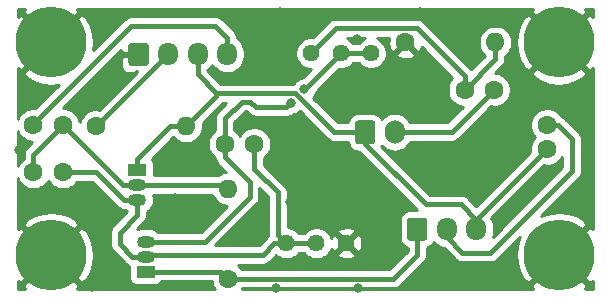
<source format=gbr>
G04 #@! TF.GenerationSoftware,KiCad,Pcbnew,(5.1.5)-3*
G04 #@! TF.CreationDate,2020-07-01T02:10:36+02:00*
G04 #@! TF.ProjectId,GermaniumFuzz,4765726d-616e-4697-956d-46757a7a2e6b,rev?*
G04 #@! TF.SameCoordinates,Original*
G04 #@! TF.FileFunction,Copper,L1,Top*
G04 #@! TF.FilePolarity,Positive*
%FSLAX46Y46*%
G04 Gerber Fmt 4.6, Leading zero omitted, Abs format (unit mm)*
G04 Created by KiCad (PCBNEW (5.1.5)-3) date 2020-07-01 02:10:36*
%MOMM*%
%LPD*%
G04 APERTURE LIST*
%ADD10O,1.600000X1.600000*%
%ADD11C,1.600000*%
%ADD12O,1.700000X2.000000*%
%ADD13C,0.100000*%
%ADD14O,1.700000X1.950000*%
%ADD15C,0.800000*%
%ADD16C,6.000000*%
%ADD17C,1.440000*%
%ADD18R,1.500000X1.050000*%
%ADD19O,1.500000X1.050000*%
%ADD20C,0.381000*%
%ADD21C,0.254000*%
G04 APERTURE END LIST*
D10*
X92420000Y-113100000D03*
D11*
X84800000Y-113100000D03*
D12*
X110100000Y-113600000D03*
G04 #@! TA.AperFunction,ComponentPad*
D13*
G36*
X108224504Y-112601204D02*
G01*
X108248773Y-112604804D01*
X108272571Y-112610765D01*
X108295671Y-112619030D01*
X108317849Y-112629520D01*
X108338893Y-112642133D01*
X108358598Y-112656747D01*
X108376777Y-112673223D01*
X108393253Y-112691402D01*
X108407867Y-112711107D01*
X108420480Y-112732151D01*
X108430970Y-112754329D01*
X108439235Y-112777429D01*
X108445196Y-112801227D01*
X108448796Y-112825496D01*
X108450000Y-112850000D01*
X108450000Y-114350000D01*
X108448796Y-114374504D01*
X108445196Y-114398773D01*
X108439235Y-114422571D01*
X108430970Y-114445671D01*
X108420480Y-114467849D01*
X108407867Y-114488893D01*
X108393253Y-114508598D01*
X108376777Y-114526777D01*
X108358598Y-114543253D01*
X108338893Y-114557867D01*
X108317849Y-114570480D01*
X108295671Y-114580970D01*
X108272571Y-114589235D01*
X108248773Y-114595196D01*
X108224504Y-114598796D01*
X108200000Y-114600000D01*
X107000000Y-114600000D01*
X106975496Y-114598796D01*
X106951227Y-114595196D01*
X106927429Y-114589235D01*
X106904329Y-114580970D01*
X106882151Y-114570480D01*
X106861107Y-114557867D01*
X106841402Y-114543253D01*
X106823223Y-114526777D01*
X106806747Y-114508598D01*
X106792133Y-114488893D01*
X106779520Y-114467849D01*
X106769030Y-114445671D01*
X106760765Y-114422571D01*
X106754804Y-114398773D01*
X106751204Y-114374504D01*
X106750000Y-114350000D01*
X106750000Y-112850000D01*
X106751204Y-112825496D01*
X106754804Y-112801227D01*
X106760765Y-112777429D01*
X106769030Y-112754329D01*
X106779520Y-112732151D01*
X106792133Y-112711107D01*
X106806747Y-112691402D01*
X106823223Y-112673223D01*
X106841402Y-112656747D01*
X106861107Y-112642133D01*
X106882151Y-112629520D01*
X106904329Y-112619030D01*
X106927429Y-112610765D01*
X106951227Y-112604804D01*
X106975496Y-112601204D01*
X107000000Y-112600000D01*
X108200000Y-112600000D01*
X108224504Y-112601204D01*
G37*
G04 #@! TD.AperFunction*
D14*
X95900000Y-107000000D03*
X93400000Y-107000000D03*
X90900000Y-107000000D03*
G04 #@! TA.AperFunction,ComponentPad*
D13*
G36*
X89024504Y-106026204D02*
G01*
X89048773Y-106029804D01*
X89072571Y-106035765D01*
X89095671Y-106044030D01*
X89117849Y-106054520D01*
X89138893Y-106067133D01*
X89158598Y-106081747D01*
X89176777Y-106098223D01*
X89193253Y-106116402D01*
X89207867Y-106136107D01*
X89220480Y-106157151D01*
X89230970Y-106179329D01*
X89239235Y-106202429D01*
X89245196Y-106226227D01*
X89248796Y-106250496D01*
X89250000Y-106275000D01*
X89250000Y-107725000D01*
X89248796Y-107749504D01*
X89245196Y-107773773D01*
X89239235Y-107797571D01*
X89230970Y-107820671D01*
X89220480Y-107842849D01*
X89207867Y-107863893D01*
X89193253Y-107883598D01*
X89176777Y-107901777D01*
X89158598Y-107918253D01*
X89138893Y-107932867D01*
X89117849Y-107945480D01*
X89095671Y-107955970D01*
X89072571Y-107964235D01*
X89048773Y-107970196D01*
X89024504Y-107973796D01*
X89000000Y-107975000D01*
X87800000Y-107975000D01*
X87775496Y-107973796D01*
X87751227Y-107970196D01*
X87727429Y-107964235D01*
X87704329Y-107955970D01*
X87682151Y-107945480D01*
X87661107Y-107932867D01*
X87641402Y-107918253D01*
X87623223Y-107901777D01*
X87606747Y-107883598D01*
X87592133Y-107863893D01*
X87579520Y-107842849D01*
X87569030Y-107820671D01*
X87560765Y-107797571D01*
X87554804Y-107773773D01*
X87551204Y-107749504D01*
X87550000Y-107725000D01*
X87550000Y-106275000D01*
X87551204Y-106250496D01*
X87554804Y-106226227D01*
X87560765Y-106202429D01*
X87569030Y-106179329D01*
X87579520Y-106157151D01*
X87592133Y-106136107D01*
X87606747Y-106116402D01*
X87623223Y-106098223D01*
X87641402Y-106081747D01*
X87661107Y-106067133D01*
X87682151Y-106054520D01*
X87704329Y-106044030D01*
X87727429Y-106035765D01*
X87751227Y-106029804D01*
X87775496Y-106026204D01*
X87800000Y-106025000D01*
X89000000Y-106025000D01*
X89024504Y-106026204D01*
G37*
G04 #@! TD.AperFunction*
D15*
X125590990Y-122409010D03*
X124000000Y-121750000D03*
X122409010Y-122409010D03*
X121750000Y-124000000D03*
X122409010Y-125590990D03*
X124000000Y-126250000D03*
X125590990Y-125590990D03*
X126250000Y-124000000D03*
D16*
X124000000Y-124000000D03*
D15*
X125590990Y-104409010D03*
X124000000Y-103750000D03*
X122409010Y-104409010D03*
X121750000Y-106000000D03*
X122409010Y-107590990D03*
X124000000Y-108250000D03*
X125590990Y-107590990D03*
X126250000Y-106000000D03*
D16*
X124000000Y-106000000D03*
D15*
X82590990Y-104409010D03*
X81000000Y-103750000D03*
X79409010Y-104409010D03*
X78750000Y-106000000D03*
X79409010Y-107590990D03*
X81000000Y-108250000D03*
X82590990Y-107590990D03*
X83250000Y-106000000D03*
D16*
X81000000Y-106000000D03*
D15*
X82590990Y-122409010D03*
X81000000Y-121750000D03*
X79409010Y-122409010D03*
X78750000Y-124000000D03*
X79409010Y-125590990D03*
X81000000Y-126250000D03*
X82590990Y-125590990D03*
X83250000Y-124000000D03*
D16*
X81000000Y-124000000D03*
D11*
X123000000Y-113000000D03*
X123000000Y-115000000D03*
D10*
X118620000Y-106000000D03*
D11*
X111000000Y-106000000D03*
D17*
X103000000Y-106900000D03*
X105540000Y-106900000D03*
X108080000Y-106900000D03*
X106000000Y-123000000D03*
X103460000Y-123000000D03*
X100920000Y-123000000D03*
D11*
X95700000Y-114600000D03*
X98200000Y-114600000D03*
X82000000Y-117000000D03*
X79500000Y-117000000D03*
D10*
X96000000Y-118380000D03*
D11*
X96000000Y-126000000D03*
D18*
X89000000Y-125400000D03*
D19*
X89000000Y-122860000D03*
X89000000Y-124130000D03*
D18*
X88300000Y-116800000D03*
D19*
X88300000Y-119340000D03*
X88300000Y-118070000D03*
D14*
X117000000Y-121800000D03*
X114500000Y-121800000D03*
G04 #@! TA.AperFunction,ComponentPad*
D13*
G36*
X112624504Y-120826204D02*
G01*
X112648773Y-120829804D01*
X112672571Y-120835765D01*
X112695671Y-120844030D01*
X112717849Y-120854520D01*
X112738893Y-120867133D01*
X112758598Y-120881747D01*
X112776777Y-120898223D01*
X112793253Y-120916402D01*
X112807867Y-120936107D01*
X112820480Y-120957151D01*
X112830970Y-120979329D01*
X112839235Y-121002429D01*
X112845196Y-121026227D01*
X112848796Y-121050496D01*
X112850000Y-121075000D01*
X112850000Y-122525000D01*
X112848796Y-122549504D01*
X112845196Y-122573773D01*
X112839235Y-122597571D01*
X112830970Y-122620671D01*
X112820480Y-122642849D01*
X112807867Y-122663893D01*
X112793253Y-122683598D01*
X112776777Y-122701777D01*
X112758598Y-122718253D01*
X112738893Y-122732867D01*
X112717849Y-122745480D01*
X112695671Y-122755970D01*
X112672571Y-122764235D01*
X112648773Y-122770196D01*
X112624504Y-122773796D01*
X112600000Y-122775000D01*
X111400000Y-122775000D01*
X111375496Y-122773796D01*
X111351227Y-122770196D01*
X111327429Y-122764235D01*
X111304329Y-122755970D01*
X111282151Y-122745480D01*
X111261107Y-122732867D01*
X111241402Y-122718253D01*
X111223223Y-122701777D01*
X111206747Y-122683598D01*
X111192133Y-122663893D01*
X111179520Y-122642849D01*
X111169030Y-122620671D01*
X111160765Y-122597571D01*
X111154804Y-122573773D01*
X111151204Y-122549504D01*
X111150000Y-122525000D01*
X111150000Y-121075000D01*
X111151204Y-121050496D01*
X111154804Y-121026227D01*
X111160765Y-121002429D01*
X111169030Y-120979329D01*
X111179520Y-120957151D01*
X111192133Y-120936107D01*
X111206747Y-120916402D01*
X111223223Y-120898223D01*
X111241402Y-120881747D01*
X111261107Y-120867133D01*
X111282151Y-120854520D01*
X111304329Y-120844030D01*
X111327429Y-120835765D01*
X111351227Y-120829804D01*
X111375496Y-120826204D01*
X111400000Y-120825000D01*
X112600000Y-120825000D01*
X112624504Y-120826204D01*
G37*
G04 #@! TD.AperFunction*
D11*
X116000000Y-110000000D03*
X118500000Y-110000000D03*
X79500000Y-113000000D03*
X82000000Y-113000000D03*
D15*
X91500000Y-119200000D03*
X100900000Y-117000000D03*
X121500000Y-118500000D03*
X126400000Y-118400000D03*
X126400000Y-111500000D03*
X119300000Y-103500000D03*
X112200000Y-103400000D03*
X105700000Y-103500000D03*
X100400000Y-103400000D03*
X84700000Y-103600000D03*
X78300000Y-115100000D03*
X84500000Y-126700000D03*
X92700000Y-126600000D03*
X100000000Y-126800000D03*
X107000000Y-126800000D03*
X120500000Y-126400000D03*
X115000000Y-118000000D03*
X114200000Y-111600000D03*
X112400000Y-109300000D03*
X105900000Y-119400000D03*
X101200000Y-119500000D03*
X84600000Y-119600000D03*
X84300000Y-111500000D03*
X120500000Y-111400000D03*
X100300000Y-109200000D03*
X106900000Y-105700000D03*
X102500000Y-114500000D03*
X93300000Y-115900000D03*
X98800000Y-119800000D03*
X101300000Y-111100000D03*
X102451006Y-109963112D03*
D20*
X79500000Y-115500000D02*
X82000000Y-113000000D01*
X79500000Y-117000000D02*
X79500000Y-115500000D01*
X87070000Y-118070000D02*
X88300000Y-118070000D01*
X82000000Y-113000000D02*
X87070000Y-118070000D01*
X95690000Y-118070000D02*
X96000000Y-118380000D01*
X88300000Y-118070000D02*
X95690000Y-118070000D01*
X118620000Y-107380000D02*
X118620000Y-106000000D01*
X116000000Y-110000000D02*
X118620000Y-107380000D01*
X117000000Y-121000000D02*
X123000000Y-115000000D01*
X115700000Y-119700000D02*
X117000000Y-121000000D01*
X112700000Y-119700000D02*
X115700000Y-119700000D01*
X107600000Y-113600000D02*
X107600000Y-114600000D01*
X107600000Y-114600000D02*
X112700000Y-119700000D01*
X117000000Y-121800000D02*
X117000000Y-121000000D01*
X88300000Y-115894000D02*
X91094000Y-113100000D01*
X91288630Y-113100000D02*
X92420000Y-113100000D01*
X91094000Y-113100000D02*
X91288630Y-113100000D01*
X88300000Y-116800000D02*
X88300000Y-115894000D01*
X93400000Y-108709498D02*
X95000000Y-110309498D01*
X93400000Y-107000000D02*
X93400000Y-108709498D01*
X106750000Y-113600000D02*
X107600000Y-113600000D01*
X101679442Y-110309498D02*
X104969944Y-113600000D01*
X104969944Y-113600000D02*
X106750000Y-113600000D01*
X95000000Y-110309498D02*
X101679442Y-110309498D01*
X95000000Y-110520000D02*
X92420000Y-113100000D01*
X95000000Y-110309498D02*
X95000000Y-110520000D01*
X116000000Y-108868630D02*
X116000000Y-110000000D01*
X111940869Y-104809499D02*
X116000000Y-108868630D01*
X103000000Y-106900000D02*
X105090501Y-104809499D01*
X105090501Y-104809499D02*
X111940869Y-104809499D01*
X114900000Y-113600000D02*
X118500000Y-110000000D01*
X110100000Y-113600000D02*
X114900000Y-113600000D01*
X103460000Y-123000000D02*
X100920000Y-123000000D01*
X83131370Y-117000000D02*
X82000000Y-117000000D01*
X84829000Y-117000000D02*
X83131370Y-117000000D01*
X87169000Y-119340000D02*
X84829000Y-117000000D01*
X88300000Y-119340000D02*
X87169000Y-119340000D01*
X98200000Y-116700000D02*
X98200000Y-114600000D01*
X100920000Y-123000000D02*
X100200001Y-122280001D01*
X100200001Y-118700001D02*
X98200000Y-116700000D01*
X100200001Y-122280001D02*
X100200001Y-118700001D01*
X87869000Y-124130000D02*
X86800000Y-123061000D01*
X89000000Y-124130000D02*
X87869000Y-124130000D01*
X86800000Y-123061000D02*
X86800000Y-122100000D01*
X88300000Y-120600000D02*
X88300000Y-119340000D01*
X86800000Y-122100000D02*
X88300000Y-120600000D01*
X98901767Y-124000000D02*
X91808386Y-124000000D01*
X91808386Y-124000000D02*
X89270000Y-124000000D01*
X100920000Y-123000000D02*
X99901767Y-123000000D01*
X99901767Y-123000000D02*
X98901767Y-124000000D01*
X108080000Y-106900000D02*
X105540000Y-106900000D01*
X105540000Y-106900000D02*
X102476888Y-109963112D01*
X102476888Y-109963112D02*
X102451006Y-109963112D01*
X100900001Y-111499999D02*
X101300000Y-111100000D01*
X95700000Y-113468630D02*
X95700000Y-114600000D01*
X95700000Y-112430058D02*
X95700000Y-113468630D01*
X97120559Y-111009499D02*
X95700000Y-112430058D01*
X97879441Y-111009499D02*
X97120559Y-111009499D01*
X98369941Y-111499999D02*
X97879441Y-111009499D01*
X100900001Y-111499999D02*
X98369941Y-111499999D01*
X90131000Y-122860000D02*
X89000000Y-122860000D01*
X95700000Y-115731370D02*
X97800000Y-117831370D01*
X95700000Y-114600000D02*
X95700000Y-115731370D01*
X97800000Y-119100000D02*
X94040000Y-122860000D01*
X97800000Y-117831370D02*
X97800000Y-119100000D01*
X94040000Y-122860000D02*
X90131000Y-122860000D01*
X97131370Y-126000000D02*
X96000000Y-126000000D01*
X112000000Y-121800000D02*
X112000000Y-123975000D01*
X109975000Y-126000000D02*
X97131370Y-126000000D01*
X112000000Y-123975000D02*
X109975000Y-126000000D01*
X95400000Y-125400000D02*
X96000000Y-126000000D01*
X89000000Y-125400000D02*
X95400000Y-125400000D01*
X95900000Y-105600000D02*
X95900000Y-107000000D01*
X87800000Y-104600000D02*
X94900000Y-104600000D01*
X94900000Y-104600000D02*
X95900000Y-105600000D01*
X79500000Y-113000000D02*
X79500000Y-112900000D01*
X79500000Y-112900000D02*
X87800000Y-104600000D01*
X114500000Y-122500000D02*
X115800000Y-123800000D01*
X125100000Y-116900000D02*
X125100000Y-114200000D01*
X114500000Y-121800000D02*
X114500000Y-122500000D01*
X125100000Y-114200000D02*
X123900000Y-113000000D01*
X115800000Y-123800000D02*
X118200000Y-123800000D01*
X123900000Y-113000000D02*
X123000000Y-113000000D01*
X118200000Y-123800000D02*
X125100000Y-116900000D01*
X84800000Y-113100000D02*
X90489164Y-107410836D01*
D21*
G36*
X78228320Y-117679727D02*
G01*
X78385363Y-117914759D01*
X78585241Y-118114637D01*
X78820273Y-118271680D01*
X79081426Y-118379853D01*
X79358665Y-118435000D01*
X79641335Y-118435000D01*
X79918574Y-118379853D01*
X80179727Y-118271680D01*
X80414759Y-118114637D01*
X80614637Y-117914759D01*
X80750000Y-117712173D01*
X80885363Y-117914759D01*
X81085241Y-118114637D01*
X81320273Y-118271680D01*
X81581426Y-118379853D01*
X81858665Y-118435000D01*
X82141335Y-118435000D01*
X82418574Y-118379853D01*
X82679727Y-118271680D01*
X82914759Y-118114637D01*
X83114637Y-117914759D01*
X83174278Y-117825500D01*
X84487068Y-117825500D01*
X86556611Y-119895045D01*
X86582459Y-119926541D01*
X86613955Y-119952389D01*
X86613958Y-119952392D01*
X86708157Y-120029699D01*
X86851566Y-120106353D01*
X87007174Y-120153556D01*
X87128447Y-120165500D01*
X87128449Y-120165500D01*
X87169000Y-120169494D01*
X87209550Y-120165500D01*
X87252357Y-120165500D01*
X87425210Y-120307357D01*
X86244961Y-121487607D01*
X86213460Y-121513459D01*
X86187609Y-121544959D01*
X86110301Y-121639158D01*
X86033647Y-121782567D01*
X85986445Y-121938174D01*
X85970506Y-122100000D01*
X85974501Y-122140560D01*
X85974500Y-123020449D01*
X85970506Y-123061000D01*
X85974500Y-123101550D01*
X85974500Y-123101552D01*
X85986444Y-123222825D01*
X86028847Y-123362609D01*
X86033647Y-123378433D01*
X86110301Y-123521842D01*
X86128042Y-123543459D01*
X86213459Y-123647541D01*
X86244966Y-123673398D01*
X87256606Y-124685039D01*
X87282459Y-124716541D01*
X87343155Y-124766353D01*
X87408157Y-124819699D01*
X87458111Y-124846399D01*
X87551566Y-124896353D01*
X87611928Y-124914664D01*
X87611928Y-125925000D01*
X87624188Y-126049482D01*
X87660498Y-126169180D01*
X87719463Y-126279494D01*
X87798815Y-126376185D01*
X87895506Y-126455537D01*
X88005820Y-126514502D01*
X88125518Y-126550812D01*
X88250000Y-126563072D01*
X89750000Y-126563072D01*
X89874482Y-126550812D01*
X89994180Y-126514502D01*
X90104494Y-126455537D01*
X90201185Y-126376185D01*
X90280537Y-126279494D01*
X90309398Y-126225500D01*
X94581742Y-126225500D01*
X94620147Y-126418574D01*
X94728320Y-126679727D01*
X94835411Y-126840000D01*
X83177509Y-126840000D01*
X83379081Y-126558686D01*
X81000000Y-124179605D01*
X78620919Y-126558686D01*
X78822491Y-126840000D01*
X78160000Y-126840000D01*
X78160000Y-126177509D01*
X78441314Y-126379081D01*
X80820395Y-124000000D01*
X81179605Y-124000000D01*
X83558686Y-126379081D01*
X84027868Y-126042894D01*
X84368237Y-125412932D01*
X84579166Y-124728673D01*
X84652550Y-124016411D01*
X84585569Y-123303518D01*
X84380796Y-122617391D01*
X84046102Y-121984397D01*
X84027868Y-121957106D01*
X83558686Y-121620919D01*
X81179605Y-124000000D01*
X80820395Y-124000000D01*
X78441314Y-121620919D01*
X78160000Y-121822491D01*
X78160000Y-121441314D01*
X78620919Y-121441314D01*
X81000000Y-123820395D01*
X83379081Y-121441314D01*
X83042894Y-120972132D01*
X82412932Y-120631763D01*
X81728673Y-120420834D01*
X81016411Y-120347450D01*
X80303518Y-120414431D01*
X79617391Y-120619204D01*
X78984397Y-120953898D01*
X78957106Y-120972132D01*
X78620919Y-121441314D01*
X78160000Y-121441314D01*
X78160000Y-117514788D01*
X78228320Y-117679727D01*
G37*
X78228320Y-117679727D02*
X78385363Y-117914759D01*
X78585241Y-118114637D01*
X78820273Y-118271680D01*
X79081426Y-118379853D01*
X79358665Y-118435000D01*
X79641335Y-118435000D01*
X79918574Y-118379853D01*
X80179727Y-118271680D01*
X80414759Y-118114637D01*
X80614637Y-117914759D01*
X80750000Y-117712173D01*
X80885363Y-117914759D01*
X81085241Y-118114637D01*
X81320273Y-118271680D01*
X81581426Y-118379853D01*
X81858665Y-118435000D01*
X82141335Y-118435000D01*
X82418574Y-118379853D01*
X82679727Y-118271680D01*
X82914759Y-118114637D01*
X83114637Y-117914759D01*
X83174278Y-117825500D01*
X84487068Y-117825500D01*
X86556611Y-119895045D01*
X86582459Y-119926541D01*
X86613955Y-119952389D01*
X86613958Y-119952392D01*
X86708157Y-120029699D01*
X86851566Y-120106353D01*
X87007174Y-120153556D01*
X87128447Y-120165500D01*
X87128449Y-120165500D01*
X87169000Y-120169494D01*
X87209550Y-120165500D01*
X87252357Y-120165500D01*
X87425210Y-120307357D01*
X86244961Y-121487607D01*
X86213460Y-121513459D01*
X86187609Y-121544959D01*
X86110301Y-121639158D01*
X86033647Y-121782567D01*
X85986445Y-121938174D01*
X85970506Y-122100000D01*
X85974501Y-122140560D01*
X85974500Y-123020449D01*
X85970506Y-123061000D01*
X85974500Y-123101550D01*
X85974500Y-123101552D01*
X85986444Y-123222825D01*
X86028847Y-123362609D01*
X86033647Y-123378433D01*
X86110301Y-123521842D01*
X86128042Y-123543459D01*
X86213459Y-123647541D01*
X86244966Y-123673398D01*
X87256606Y-124685039D01*
X87282459Y-124716541D01*
X87343155Y-124766353D01*
X87408157Y-124819699D01*
X87458111Y-124846399D01*
X87551566Y-124896353D01*
X87611928Y-124914664D01*
X87611928Y-125925000D01*
X87624188Y-126049482D01*
X87660498Y-126169180D01*
X87719463Y-126279494D01*
X87798815Y-126376185D01*
X87895506Y-126455537D01*
X88005820Y-126514502D01*
X88125518Y-126550812D01*
X88250000Y-126563072D01*
X89750000Y-126563072D01*
X89874482Y-126550812D01*
X89994180Y-126514502D01*
X90104494Y-126455537D01*
X90201185Y-126376185D01*
X90280537Y-126279494D01*
X90309398Y-126225500D01*
X94581742Y-126225500D01*
X94620147Y-126418574D01*
X94728320Y-126679727D01*
X94835411Y-126840000D01*
X83177509Y-126840000D01*
X83379081Y-126558686D01*
X81000000Y-124179605D01*
X78620919Y-126558686D01*
X78822491Y-126840000D01*
X78160000Y-126840000D01*
X78160000Y-126177509D01*
X78441314Y-126379081D01*
X80820395Y-124000000D01*
X81179605Y-124000000D01*
X83558686Y-126379081D01*
X84027868Y-126042894D01*
X84368237Y-125412932D01*
X84579166Y-124728673D01*
X84652550Y-124016411D01*
X84585569Y-123303518D01*
X84380796Y-122617391D01*
X84046102Y-121984397D01*
X84027868Y-121957106D01*
X83558686Y-121620919D01*
X81179605Y-124000000D01*
X80820395Y-124000000D01*
X78441314Y-121620919D01*
X78160000Y-121822491D01*
X78160000Y-121441314D01*
X78620919Y-121441314D01*
X81000000Y-123820395D01*
X83379081Y-121441314D01*
X83042894Y-120972132D01*
X82412932Y-120631763D01*
X81728673Y-120420834D01*
X81016411Y-120347450D01*
X80303518Y-120414431D01*
X79617391Y-120619204D01*
X78984397Y-120953898D01*
X78957106Y-120972132D01*
X78620919Y-121441314D01*
X78160000Y-121441314D01*
X78160000Y-117514788D01*
X78228320Y-117679727D01*
G36*
X78620919Y-103441314D02*
G01*
X81000000Y-105820395D01*
X83379081Y-103441314D01*
X83177509Y-103160000D01*
X121822491Y-103160000D01*
X121620919Y-103441314D01*
X124000000Y-105820395D01*
X126379081Y-103441314D01*
X126177509Y-103160000D01*
X126840000Y-103160000D01*
X126840000Y-103822491D01*
X126558686Y-103620919D01*
X124179605Y-106000000D01*
X126558686Y-108379081D01*
X126840000Y-108177509D01*
X126840001Y-121822492D01*
X126558686Y-121620919D01*
X124179605Y-124000000D01*
X126558686Y-126379081D01*
X126840001Y-126177508D01*
X126840001Y-126840000D01*
X126177509Y-126840000D01*
X126379081Y-126558686D01*
X124000000Y-124179605D01*
X121620919Y-126558686D01*
X121822491Y-126840000D01*
X97164589Y-126840000D01*
X97174278Y-126825500D01*
X109934450Y-126825500D01*
X109975000Y-126829494D01*
X110015550Y-126825500D01*
X110015553Y-126825500D01*
X110136826Y-126813556D01*
X110292434Y-126766353D01*
X110435842Y-126689699D01*
X110561541Y-126586541D01*
X110587398Y-126555034D01*
X112555039Y-124587394D01*
X112586541Y-124561541D01*
X112680187Y-124447433D01*
X112689698Y-124435844D01*
X112716051Y-124386541D01*
X112766353Y-124292434D01*
X112813556Y-124136826D01*
X112825500Y-124015553D01*
X112825500Y-124015544D01*
X112829493Y-123975001D01*
X112825500Y-123934458D01*
X112825500Y-123380159D01*
X112939850Y-123345472D01*
X113093386Y-123263405D01*
X113227962Y-123152962D01*
X113338405Y-123018386D01*
X113392777Y-122916663D01*
X113444866Y-122980134D01*
X113670987Y-123165706D01*
X113928967Y-123303599D01*
X114208890Y-123388513D01*
X114222412Y-123389845D01*
X115187611Y-124355045D01*
X115213459Y-124386541D01*
X115244955Y-124412389D01*
X115244958Y-124412392D01*
X115339157Y-124489699D01*
X115460535Y-124554577D01*
X115482566Y-124566353D01*
X115638174Y-124613556D01*
X115759447Y-124625500D01*
X115759449Y-124625500D01*
X115800000Y-124629494D01*
X115840550Y-124625500D01*
X118159450Y-124625500D01*
X118200000Y-124629494D01*
X118240550Y-124625500D01*
X118240553Y-124625500D01*
X118361826Y-124613556D01*
X118517434Y-124566353D01*
X118660842Y-124489699D01*
X118786541Y-124386541D01*
X118812398Y-124355034D01*
X120692173Y-122475259D01*
X120631763Y-122587068D01*
X120420834Y-123271327D01*
X120347450Y-123983589D01*
X120414431Y-124696482D01*
X120619204Y-125382609D01*
X120953898Y-126015603D01*
X120972132Y-126042894D01*
X121441314Y-126379081D01*
X123820395Y-124000000D01*
X123806253Y-123985858D01*
X123985858Y-123806253D01*
X124000000Y-123820395D01*
X126379081Y-121441314D01*
X126042894Y-120972132D01*
X125412932Y-120631763D01*
X124728673Y-120420834D01*
X124016411Y-120347450D01*
X123303518Y-120414431D01*
X122617391Y-120619204D01*
X122470629Y-120696804D01*
X125655046Y-117512388D01*
X125686541Y-117486541D01*
X125712389Y-117455045D01*
X125712392Y-117455042D01*
X125789699Y-117360843D01*
X125866353Y-117217434D01*
X125883221Y-117161826D01*
X125913556Y-117061826D01*
X125925500Y-116940553D01*
X125925500Y-116940551D01*
X125929494Y-116900000D01*
X125925500Y-116859450D01*
X125925500Y-114240550D01*
X125929494Y-114199999D01*
X125923502Y-114139159D01*
X125913556Y-114038174D01*
X125866353Y-113882566D01*
X125804235Y-113766353D01*
X125789699Y-113739157D01*
X125712391Y-113644958D01*
X125686541Y-113613459D01*
X125655039Y-113587606D01*
X124512398Y-112444966D01*
X124486541Y-112413459D01*
X124360842Y-112310301D01*
X124217434Y-112233647D01*
X124212874Y-112232264D01*
X124114637Y-112085241D01*
X123914759Y-111885363D01*
X123679727Y-111728320D01*
X123418574Y-111620147D01*
X123141335Y-111565000D01*
X122858665Y-111565000D01*
X122581426Y-111620147D01*
X122320273Y-111728320D01*
X122085241Y-111885363D01*
X121885363Y-112085241D01*
X121728320Y-112320273D01*
X121620147Y-112581426D01*
X121565000Y-112858665D01*
X121565000Y-113141335D01*
X121620147Y-113418574D01*
X121728320Y-113679727D01*
X121885363Y-113914759D01*
X121970604Y-114000000D01*
X121885363Y-114085241D01*
X121728320Y-114320273D01*
X121620147Y-114581426D01*
X121565000Y-114858665D01*
X121565000Y-115141335D01*
X121585943Y-115246624D01*
X117000000Y-119832567D01*
X116312398Y-119144966D01*
X116286541Y-119113459D01*
X116160842Y-119010301D01*
X116017434Y-118933647D01*
X115861826Y-118886444D01*
X115740553Y-118874500D01*
X115740550Y-118874500D01*
X115700000Y-118870506D01*
X115659450Y-118874500D01*
X113041933Y-118874500D01*
X108963628Y-114796196D01*
X108992777Y-114741663D01*
X109044866Y-114805134D01*
X109270987Y-114990706D01*
X109528967Y-115128599D01*
X109808890Y-115213513D01*
X110100000Y-115242185D01*
X110391111Y-115213513D01*
X110671034Y-115128599D01*
X110929014Y-114990706D01*
X111155134Y-114805134D01*
X111340706Y-114579014D01*
X111422761Y-114425500D01*
X114859450Y-114425500D01*
X114900000Y-114429494D01*
X114940550Y-114425500D01*
X114940553Y-114425500D01*
X115061826Y-114413556D01*
X115217434Y-114366353D01*
X115360842Y-114289699D01*
X115486541Y-114186541D01*
X115512398Y-114155034D01*
X118253377Y-111414057D01*
X118358665Y-111435000D01*
X118641335Y-111435000D01*
X118918574Y-111379853D01*
X119179727Y-111271680D01*
X119414759Y-111114637D01*
X119614637Y-110914759D01*
X119771680Y-110679727D01*
X119879853Y-110418574D01*
X119935000Y-110141335D01*
X119935000Y-109858665D01*
X119879853Y-109581426D01*
X119771680Y-109320273D01*
X119614637Y-109085241D01*
X119414759Y-108885363D01*
X119179727Y-108728320D01*
X118918574Y-108620147D01*
X118641335Y-108565000D01*
X118602434Y-108565000D01*
X118608748Y-108558686D01*
X121620919Y-108558686D01*
X121957106Y-109027868D01*
X122587068Y-109368237D01*
X123271327Y-109579166D01*
X123983589Y-109652550D01*
X124696482Y-109585569D01*
X125382609Y-109380796D01*
X126015603Y-109046102D01*
X126042894Y-109027868D01*
X126379081Y-108558686D01*
X124000000Y-106179605D01*
X121620919Y-108558686D01*
X118608748Y-108558686D01*
X119175046Y-107992388D01*
X119206541Y-107966541D01*
X119232389Y-107935045D01*
X119232392Y-107935042D01*
X119309699Y-107840843D01*
X119386353Y-107697434D01*
X119418642Y-107590990D01*
X119433556Y-107541826D01*
X119445500Y-107420553D01*
X119445500Y-107420551D01*
X119449494Y-107380000D01*
X119445500Y-107339450D01*
X119445500Y-107174278D01*
X119534759Y-107114637D01*
X119734637Y-106914759D01*
X119891680Y-106679727D01*
X119999853Y-106418574D01*
X120055000Y-106141335D01*
X120055000Y-105983589D01*
X120347450Y-105983589D01*
X120414431Y-106696482D01*
X120619204Y-107382609D01*
X120953898Y-108015603D01*
X120972132Y-108042894D01*
X121441314Y-108379081D01*
X123820395Y-106000000D01*
X121441314Y-103620919D01*
X120972132Y-103957106D01*
X120631763Y-104587068D01*
X120420834Y-105271327D01*
X120347450Y-105983589D01*
X120055000Y-105983589D01*
X120055000Y-105858665D01*
X119999853Y-105581426D01*
X119891680Y-105320273D01*
X119734637Y-105085241D01*
X119534759Y-104885363D01*
X119299727Y-104728320D01*
X119038574Y-104620147D01*
X118761335Y-104565000D01*
X118478665Y-104565000D01*
X118201426Y-104620147D01*
X117940273Y-104728320D01*
X117705241Y-104885363D01*
X117505363Y-105085241D01*
X117348320Y-105320273D01*
X117240147Y-105581426D01*
X117185000Y-105858665D01*
X117185000Y-106141335D01*
X117240147Y-106418574D01*
X117348320Y-106679727D01*
X117505363Y-106914759D01*
X117705241Y-107114637D01*
X117712847Y-107119719D01*
X116566734Y-108265834D01*
X116555041Y-108256238D01*
X112553267Y-104254465D01*
X112527410Y-104222958D01*
X112401711Y-104119800D01*
X112258303Y-104043146D01*
X112102695Y-103995943D01*
X111981422Y-103983999D01*
X111981419Y-103983999D01*
X111940869Y-103980005D01*
X111900319Y-103983999D01*
X105131051Y-103983999D01*
X105090501Y-103980005D01*
X105049950Y-103983999D01*
X105049948Y-103983999D01*
X104928675Y-103995943D01*
X104793618Y-104036912D01*
X104773067Y-104043146D01*
X104629658Y-104119800D01*
X104535459Y-104197107D01*
X104535458Y-104197108D01*
X104503960Y-104222958D01*
X104478112Y-104254454D01*
X103178590Y-105553978D01*
X103133456Y-105545000D01*
X102866544Y-105545000D01*
X102604761Y-105597072D01*
X102358167Y-105699215D01*
X102136238Y-105847503D01*
X101947503Y-106036238D01*
X101799215Y-106258167D01*
X101697072Y-106504761D01*
X101645000Y-106766544D01*
X101645000Y-107033456D01*
X101697072Y-107295239D01*
X101799215Y-107541833D01*
X101947503Y-107763762D01*
X102136238Y-107952497D01*
X102358167Y-108100785D01*
X102604761Y-108202928D01*
X102866544Y-108255000D01*
X103017567Y-108255000D01*
X102343311Y-108929257D01*
X102149108Y-108967886D01*
X101960750Y-109045907D01*
X101791232Y-109159175D01*
X101647069Y-109303338D01*
X101533801Y-109472856D01*
X101529186Y-109483998D01*
X95341934Y-109483998D01*
X94225512Y-108367578D01*
X94229014Y-108365706D01*
X94455134Y-108180134D01*
X94640706Y-107954014D01*
X94650000Y-107936626D01*
X94659294Y-107954014D01*
X94844866Y-108180134D01*
X95070987Y-108365706D01*
X95328967Y-108503599D01*
X95608890Y-108588513D01*
X95900000Y-108617185D01*
X96191111Y-108588513D01*
X96471034Y-108503599D01*
X96729014Y-108365706D01*
X96955134Y-108180134D01*
X97140706Y-107954014D01*
X97278599Y-107696033D01*
X97363513Y-107416110D01*
X97385000Y-107197949D01*
X97385000Y-106802050D01*
X97363513Y-106583889D01*
X97278599Y-106303966D01*
X97140706Y-106045986D01*
X96955134Y-105819866D01*
X96729013Y-105634294D01*
X96726261Y-105632823D01*
X96729494Y-105600000D01*
X96724077Y-105545000D01*
X96713556Y-105438174D01*
X96666353Y-105282566D01*
X96615026Y-105186541D01*
X96589699Y-105139157D01*
X96512392Y-105044958D01*
X96512389Y-105044955D01*
X96486541Y-105013459D01*
X96455046Y-104987612D01*
X95512398Y-104044965D01*
X95486541Y-104013459D01*
X95360842Y-103910301D01*
X95217434Y-103833647D01*
X95061826Y-103786444D01*
X94940553Y-103774500D01*
X94940550Y-103774500D01*
X94900000Y-103770506D01*
X94859450Y-103774500D01*
X87840550Y-103774500D01*
X87800000Y-103770506D01*
X87759449Y-103774500D01*
X87759447Y-103774500D01*
X87638174Y-103786444D01*
X87482566Y-103833647D01*
X87339157Y-103910301D01*
X87244958Y-103987608D01*
X87244957Y-103987609D01*
X87213459Y-104013459D01*
X87187611Y-104044955D01*
X84587812Y-106644755D01*
X84652550Y-106016411D01*
X84585569Y-105303518D01*
X84380796Y-104617391D01*
X84046102Y-103984397D01*
X84027868Y-103957106D01*
X83558686Y-103620919D01*
X81179605Y-106000000D01*
X81193748Y-106014143D01*
X81014143Y-106193748D01*
X81000000Y-106179605D01*
X78620919Y-108558686D01*
X78957106Y-109027868D01*
X79587068Y-109368237D01*
X80271327Y-109579166D01*
X80983589Y-109652550D01*
X81641867Y-109590700D01*
X79663215Y-111569352D01*
X79641335Y-111565000D01*
X79358665Y-111565000D01*
X79081426Y-111620147D01*
X78820273Y-111728320D01*
X78585241Y-111885363D01*
X78385363Y-112085241D01*
X78228320Y-112320273D01*
X78160000Y-112485212D01*
X78160000Y-108177509D01*
X78441314Y-108379081D01*
X80820395Y-106000000D01*
X78441314Y-103620919D01*
X78160000Y-103822491D01*
X78160000Y-103160000D01*
X78822491Y-103160000D01*
X78620919Y-103441314D01*
G37*
X78620919Y-103441314D02*
X81000000Y-105820395D01*
X83379081Y-103441314D01*
X83177509Y-103160000D01*
X121822491Y-103160000D01*
X121620919Y-103441314D01*
X124000000Y-105820395D01*
X126379081Y-103441314D01*
X126177509Y-103160000D01*
X126840000Y-103160000D01*
X126840000Y-103822491D01*
X126558686Y-103620919D01*
X124179605Y-106000000D01*
X126558686Y-108379081D01*
X126840000Y-108177509D01*
X126840001Y-121822492D01*
X126558686Y-121620919D01*
X124179605Y-124000000D01*
X126558686Y-126379081D01*
X126840001Y-126177508D01*
X126840001Y-126840000D01*
X126177509Y-126840000D01*
X126379081Y-126558686D01*
X124000000Y-124179605D01*
X121620919Y-126558686D01*
X121822491Y-126840000D01*
X97164589Y-126840000D01*
X97174278Y-126825500D01*
X109934450Y-126825500D01*
X109975000Y-126829494D01*
X110015550Y-126825500D01*
X110015553Y-126825500D01*
X110136826Y-126813556D01*
X110292434Y-126766353D01*
X110435842Y-126689699D01*
X110561541Y-126586541D01*
X110587398Y-126555034D01*
X112555039Y-124587394D01*
X112586541Y-124561541D01*
X112680187Y-124447433D01*
X112689698Y-124435844D01*
X112716051Y-124386541D01*
X112766353Y-124292434D01*
X112813556Y-124136826D01*
X112825500Y-124015553D01*
X112825500Y-124015544D01*
X112829493Y-123975001D01*
X112825500Y-123934458D01*
X112825500Y-123380159D01*
X112939850Y-123345472D01*
X113093386Y-123263405D01*
X113227962Y-123152962D01*
X113338405Y-123018386D01*
X113392777Y-122916663D01*
X113444866Y-122980134D01*
X113670987Y-123165706D01*
X113928967Y-123303599D01*
X114208890Y-123388513D01*
X114222412Y-123389845D01*
X115187611Y-124355045D01*
X115213459Y-124386541D01*
X115244955Y-124412389D01*
X115244958Y-124412392D01*
X115339157Y-124489699D01*
X115460535Y-124554577D01*
X115482566Y-124566353D01*
X115638174Y-124613556D01*
X115759447Y-124625500D01*
X115759449Y-124625500D01*
X115800000Y-124629494D01*
X115840550Y-124625500D01*
X118159450Y-124625500D01*
X118200000Y-124629494D01*
X118240550Y-124625500D01*
X118240553Y-124625500D01*
X118361826Y-124613556D01*
X118517434Y-124566353D01*
X118660842Y-124489699D01*
X118786541Y-124386541D01*
X118812398Y-124355034D01*
X120692173Y-122475259D01*
X120631763Y-122587068D01*
X120420834Y-123271327D01*
X120347450Y-123983589D01*
X120414431Y-124696482D01*
X120619204Y-125382609D01*
X120953898Y-126015603D01*
X120972132Y-126042894D01*
X121441314Y-126379081D01*
X123820395Y-124000000D01*
X123806253Y-123985858D01*
X123985858Y-123806253D01*
X124000000Y-123820395D01*
X126379081Y-121441314D01*
X126042894Y-120972132D01*
X125412932Y-120631763D01*
X124728673Y-120420834D01*
X124016411Y-120347450D01*
X123303518Y-120414431D01*
X122617391Y-120619204D01*
X122470629Y-120696804D01*
X125655046Y-117512388D01*
X125686541Y-117486541D01*
X125712389Y-117455045D01*
X125712392Y-117455042D01*
X125789699Y-117360843D01*
X125866353Y-117217434D01*
X125883221Y-117161826D01*
X125913556Y-117061826D01*
X125925500Y-116940553D01*
X125925500Y-116940551D01*
X125929494Y-116900000D01*
X125925500Y-116859450D01*
X125925500Y-114240550D01*
X125929494Y-114199999D01*
X125923502Y-114139159D01*
X125913556Y-114038174D01*
X125866353Y-113882566D01*
X125804235Y-113766353D01*
X125789699Y-113739157D01*
X125712391Y-113644958D01*
X125686541Y-113613459D01*
X125655039Y-113587606D01*
X124512398Y-112444966D01*
X124486541Y-112413459D01*
X124360842Y-112310301D01*
X124217434Y-112233647D01*
X124212874Y-112232264D01*
X124114637Y-112085241D01*
X123914759Y-111885363D01*
X123679727Y-111728320D01*
X123418574Y-111620147D01*
X123141335Y-111565000D01*
X122858665Y-111565000D01*
X122581426Y-111620147D01*
X122320273Y-111728320D01*
X122085241Y-111885363D01*
X121885363Y-112085241D01*
X121728320Y-112320273D01*
X121620147Y-112581426D01*
X121565000Y-112858665D01*
X121565000Y-113141335D01*
X121620147Y-113418574D01*
X121728320Y-113679727D01*
X121885363Y-113914759D01*
X121970604Y-114000000D01*
X121885363Y-114085241D01*
X121728320Y-114320273D01*
X121620147Y-114581426D01*
X121565000Y-114858665D01*
X121565000Y-115141335D01*
X121585943Y-115246624D01*
X117000000Y-119832567D01*
X116312398Y-119144966D01*
X116286541Y-119113459D01*
X116160842Y-119010301D01*
X116017434Y-118933647D01*
X115861826Y-118886444D01*
X115740553Y-118874500D01*
X115740550Y-118874500D01*
X115700000Y-118870506D01*
X115659450Y-118874500D01*
X113041933Y-118874500D01*
X108963628Y-114796196D01*
X108992777Y-114741663D01*
X109044866Y-114805134D01*
X109270987Y-114990706D01*
X109528967Y-115128599D01*
X109808890Y-115213513D01*
X110100000Y-115242185D01*
X110391111Y-115213513D01*
X110671034Y-115128599D01*
X110929014Y-114990706D01*
X111155134Y-114805134D01*
X111340706Y-114579014D01*
X111422761Y-114425500D01*
X114859450Y-114425500D01*
X114900000Y-114429494D01*
X114940550Y-114425500D01*
X114940553Y-114425500D01*
X115061826Y-114413556D01*
X115217434Y-114366353D01*
X115360842Y-114289699D01*
X115486541Y-114186541D01*
X115512398Y-114155034D01*
X118253377Y-111414057D01*
X118358665Y-111435000D01*
X118641335Y-111435000D01*
X118918574Y-111379853D01*
X119179727Y-111271680D01*
X119414759Y-111114637D01*
X119614637Y-110914759D01*
X119771680Y-110679727D01*
X119879853Y-110418574D01*
X119935000Y-110141335D01*
X119935000Y-109858665D01*
X119879853Y-109581426D01*
X119771680Y-109320273D01*
X119614637Y-109085241D01*
X119414759Y-108885363D01*
X119179727Y-108728320D01*
X118918574Y-108620147D01*
X118641335Y-108565000D01*
X118602434Y-108565000D01*
X118608748Y-108558686D01*
X121620919Y-108558686D01*
X121957106Y-109027868D01*
X122587068Y-109368237D01*
X123271327Y-109579166D01*
X123983589Y-109652550D01*
X124696482Y-109585569D01*
X125382609Y-109380796D01*
X126015603Y-109046102D01*
X126042894Y-109027868D01*
X126379081Y-108558686D01*
X124000000Y-106179605D01*
X121620919Y-108558686D01*
X118608748Y-108558686D01*
X119175046Y-107992388D01*
X119206541Y-107966541D01*
X119232389Y-107935045D01*
X119232392Y-107935042D01*
X119309699Y-107840843D01*
X119386353Y-107697434D01*
X119418642Y-107590990D01*
X119433556Y-107541826D01*
X119445500Y-107420553D01*
X119445500Y-107420551D01*
X119449494Y-107380000D01*
X119445500Y-107339450D01*
X119445500Y-107174278D01*
X119534759Y-107114637D01*
X119734637Y-106914759D01*
X119891680Y-106679727D01*
X119999853Y-106418574D01*
X120055000Y-106141335D01*
X120055000Y-105983589D01*
X120347450Y-105983589D01*
X120414431Y-106696482D01*
X120619204Y-107382609D01*
X120953898Y-108015603D01*
X120972132Y-108042894D01*
X121441314Y-108379081D01*
X123820395Y-106000000D01*
X121441314Y-103620919D01*
X120972132Y-103957106D01*
X120631763Y-104587068D01*
X120420834Y-105271327D01*
X120347450Y-105983589D01*
X120055000Y-105983589D01*
X120055000Y-105858665D01*
X119999853Y-105581426D01*
X119891680Y-105320273D01*
X119734637Y-105085241D01*
X119534759Y-104885363D01*
X119299727Y-104728320D01*
X119038574Y-104620147D01*
X118761335Y-104565000D01*
X118478665Y-104565000D01*
X118201426Y-104620147D01*
X117940273Y-104728320D01*
X117705241Y-104885363D01*
X117505363Y-105085241D01*
X117348320Y-105320273D01*
X117240147Y-105581426D01*
X117185000Y-105858665D01*
X117185000Y-106141335D01*
X117240147Y-106418574D01*
X117348320Y-106679727D01*
X117505363Y-106914759D01*
X117705241Y-107114637D01*
X117712847Y-107119719D01*
X116566734Y-108265834D01*
X116555041Y-108256238D01*
X112553267Y-104254465D01*
X112527410Y-104222958D01*
X112401711Y-104119800D01*
X112258303Y-104043146D01*
X112102695Y-103995943D01*
X111981422Y-103983999D01*
X111981419Y-103983999D01*
X111940869Y-103980005D01*
X111900319Y-103983999D01*
X105131051Y-103983999D01*
X105090501Y-103980005D01*
X105049950Y-103983999D01*
X105049948Y-103983999D01*
X104928675Y-103995943D01*
X104793618Y-104036912D01*
X104773067Y-104043146D01*
X104629658Y-104119800D01*
X104535459Y-104197107D01*
X104535458Y-104197108D01*
X104503960Y-104222958D01*
X104478112Y-104254454D01*
X103178590Y-105553978D01*
X103133456Y-105545000D01*
X102866544Y-105545000D01*
X102604761Y-105597072D01*
X102358167Y-105699215D01*
X102136238Y-105847503D01*
X101947503Y-106036238D01*
X101799215Y-106258167D01*
X101697072Y-106504761D01*
X101645000Y-106766544D01*
X101645000Y-107033456D01*
X101697072Y-107295239D01*
X101799215Y-107541833D01*
X101947503Y-107763762D01*
X102136238Y-107952497D01*
X102358167Y-108100785D01*
X102604761Y-108202928D01*
X102866544Y-108255000D01*
X103017567Y-108255000D01*
X102343311Y-108929257D01*
X102149108Y-108967886D01*
X101960750Y-109045907D01*
X101791232Y-109159175D01*
X101647069Y-109303338D01*
X101533801Y-109472856D01*
X101529186Y-109483998D01*
X95341934Y-109483998D01*
X94225512Y-108367578D01*
X94229014Y-108365706D01*
X94455134Y-108180134D01*
X94640706Y-107954014D01*
X94650000Y-107936626D01*
X94659294Y-107954014D01*
X94844866Y-108180134D01*
X95070987Y-108365706D01*
X95328967Y-108503599D01*
X95608890Y-108588513D01*
X95900000Y-108617185D01*
X96191111Y-108588513D01*
X96471034Y-108503599D01*
X96729014Y-108365706D01*
X96955134Y-108180134D01*
X97140706Y-107954014D01*
X97278599Y-107696033D01*
X97363513Y-107416110D01*
X97385000Y-107197949D01*
X97385000Y-106802050D01*
X97363513Y-106583889D01*
X97278599Y-106303966D01*
X97140706Y-106045986D01*
X96955134Y-105819866D01*
X96729013Y-105634294D01*
X96726261Y-105632823D01*
X96729494Y-105600000D01*
X96724077Y-105545000D01*
X96713556Y-105438174D01*
X96666353Y-105282566D01*
X96615026Y-105186541D01*
X96589699Y-105139157D01*
X96512392Y-105044958D01*
X96512389Y-105044955D01*
X96486541Y-105013459D01*
X96455046Y-104987612D01*
X95512398Y-104044965D01*
X95486541Y-104013459D01*
X95360842Y-103910301D01*
X95217434Y-103833647D01*
X95061826Y-103786444D01*
X94940553Y-103774500D01*
X94940550Y-103774500D01*
X94900000Y-103770506D01*
X94859450Y-103774500D01*
X87840550Y-103774500D01*
X87800000Y-103770506D01*
X87759449Y-103774500D01*
X87759447Y-103774500D01*
X87638174Y-103786444D01*
X87482566Y-103833647D01*
X87339157Y-103910301D01*
X87244958Y-103987608D01*
X87244957Y-103987609D01*
X87213459Y-104013459D01*
X87187611Y-104044955D01*
X84587812Y-106644755D01*
X84652550Y-106016411D01*
X84585569Y-105303518D01*
X84380796Y-104617391D01*
X84046102Y-103984397D01*
X84027868Y-103957106D01*
X83558686Y-103620919D01*
X81179605Y-106000000D01*
X81193748Y-106014143D01*
X81014143Y-106193748D01*
X81000000Y-106179605D01*
X78620919Y-108558686D01*
X78957106Y-109027868D01*
X79587068Y-109368237D01*
X80271327Y-109579166D01*
X80983589Y-109652550D01*
X81641867Y-109590700D01*
X79663215Y-111569352D01*
X79641335Y-111565000D01*
X79358665Y-111565000D01*
X79081426Y-111620147D01*
X78820273Y-111728320D01*
X78585241Y-111885363D01*
X78385363Y-112085241D01*
X78228320Y-112320273D01*
X78160000Y-112485212D01*
X78160000Y-108177509D01*
X78441314Y-108379081D01*
X80820395Y-106000000D01*
X78441314Y-103620919D01*
X78160000Y-103822491D01*
X78160000Y-103160000D01*
X78822491Y-103160000D01*
X78620919Y-103441314D01*
G36*
X104357555Y-114155045D02*
G01*
X104383403Y-114186541D01*
X104414899Y-114212389D01*
X104414902Y-114212392D01*
X104509101Y-114289699D01*
X104621916Y-114350000D01*
X104652510Y-114366353D01*
X104808118Y-114413556D01*
X104929391Y-114425500D01*
X104929393Y-114425500D01*
X104969944Y-114429494D01*
X105010494Y-114425500D01*
X106119364Y-114425500D01*
X106128992Y-114523254D01*
X106179528Y-114689850D01*
X106261595Y-114843386D01*
X106372038Y-114977962D01*
X106506614Y-115088405D01*
X106660150Y-115170472D01*
X106826746Y-115221008D01*
X107000000Y-115238072D01*
X107070640Y-115238072D01*
X112019495Y-120186928D01*
X111400000Y-120186928D01*
X111226746Y-120203992D01*
X111060150Y-120254528D01*
X110906614Y-120336595D01*
X110772038Y-120447038D01*
X110661595Y-120581614D01*
X110579528Y-120735150D01*
X110528992Y-120901746D01*
X110511928Y-121075000D01*
X110511928Y-122525000D01*
X110528992Y-122698254D01*
X110579528Y-122864850D01*
X110661595Y-123018386D01*
X110772038Y-123152962D01*
X110906614Y-123263405D01*
X111060150Y-123345472D01*
X111174501Y-123380160D01*
X111174501Y-123633066D01*
X109633068Y-125174500D01*
X97174278Y-125174500D01*
X97114637Y-125085241D01*
X96914759Y-124885363D01*
X96825167Y-124825500D01*
X98861217Y-124825500D01*
X98901767Y-124829494D01*
X98942317Y-124825500D01*
X98942320Y-124825500D01*
X99063593Y-124813556D01*
X99219201Y-124766353D01*
X99362609Y-124689699D01*
X99488308Y-124586541D01*
X99514165Y-124555035D01*
X100036471Y-124032730D01*
X100056238Y-124052497D01*
X100278167Y-124200785D01*
X100524761Y-124302928D01*
X100786544Y-124355000D01*
X101053456Y-124355000D01*
X101315239Y-124302928D01*
X101561833Y-124200785D01*
X101783762Y-124052497D01*
X101972497Y-123863762D01*
X101998063Y-123825500D01*
X102381937Y-123825500D01*
X102407503Y-123863762D01*
X102596238Y-124052497D01*
X102818167Y-124200785D01*
X103064761Y-124302928D01*
X103326544Y-124355000D01*
X103593456Y-124355000D01*
X103855239Y-124302928D01*
X104101833Y-124200785D01*
X104323762Y-124052497D01*
X104440699Y-123935560D01*
X105244045Y-123935560D01*
X105305932Y-124171368D01*
X105547790Y-124284266D01*
X105807027Y-124347811D01*
X106073680Y-124359561D01*
X106337501Y-124319063D01*
X106588353Y-124227875D01*
X106694068Y-124171368D01*
X106755955Y-123935560D01*
X106000000Y-123179605D01*
X105244045Y-123935560D01*
X104440699Y-123935560D01*
X104512497Y-123863762D01*
X104660785Y-123641833D01*
X104730438Y-123473676D01*
X104772125Y-123588353D01*
X104828632Y-123694068D01*
X105064440Y-123755955D01*
X105820395Y-123000000D01*
X106179605Y-123000000D01*
X106935560Y-123755955D01*
X107171368Y-123694068D01*
X107284266Y-123452210D01*
X107347811Y-123192973D01*
X107359561Y-122926320D01*
X107319063Y-122662499D01*
X107227875Y-122411647D01*
X107171368Y-122305932D01*
X106935560Y-122244045D01*
X106179605Y-123000000D01*
X105820395Y-123000000D01*
X105064440Y-122244045D01*
X104828632Y-122305932D01*
X104728236Y-122521007D01*
X104660785Y-122358167D01*
X104512497Y-122136238D01*
X104440699Y-122064440D01*
X105244045Y-122064440D01*
X106000000Y-122820395D01*
X106755955Y-122064440D01*
X106694068Y-121828632D01*
X106452210Y-121715734D01*
X106192973Y-121652189D01*
X105926320Y-121640439D01*
X105662499Y-121680937D01*
X105411647Y-121772125D01*
X105305932Y-121828632D01*
X105244045Y-122064440D01*
X104440699Y-122064440D01*
X104323762Y-121947503D01*
X104101833Y-121799215D01*
X103855239Y-121697072D01*
X103593456Y-121645000D01*
X103326544Y-121645000D01*
X103064761Y-121697072D01*
X102818167Y-121799215D01*
X102596238Y-121947503D01*
X102407503Y-122136238D01*
X102381937Y-122174500D01*
X101998063Y-122174500D01*
X101972497Y-122136238D01*
X101783762Y-121947503D01*
X101561833Y-121799215D01*
X101315239Y-121697072D01*
X101053456Y-121645000D01*
X101025501Y-121645000D01*
X101025501Y-118740551D01*
X101029495Y-118700001D01*
X101025501Y-118659448D01*
X101013557Y-118538175D01*
X100966354Y-118382567D01*
X100960080Y-118370829D01*
X100889700Y-118239158D01*
X100812393Y-118144959D01*
X100812390Y-118144956D01*
X100786542Y-118113460D01*
X100755046Y-118087612D01*
X99025500Y-116358068D01*
X99025500Y-115774278D01*
X99114759Y-115714637D01*
X99314637Y-115514759D01*
X99471680Y-115279727D01*
X99579853Y-115018574D01*
X99635000Y-114741335D01*
X99635000Y-114458665D01*
X99579853Y-114181426D01*
X99471680Y-113920273D01*
X99314637Y-113685241D01*
X99114759Y-113485363D01*
X98879727Y-113328320D01*
X98618574Y-113220147D01*
X98341335Y-113165000D01*
X98058665Y-113165000D01*
X97781426Y-113220147D01*
X97520273Y-113328320D01*
X97285241Y-113485363D01*
X97085363Y-113685241D01*
X96950000Y-113887827D01*
X96814637Y-113685241D01*
X96614759Y-113485363D01*
X96525500Y-113425722D01*
X96525500Y-112771990D01*
X97462493Y-111834999D01*
X97537509Y-111834999D01*
X97757547Y-112055038D01*
X97783400Y-112086540D01*
X97814900Y-112112391D01*
X97909098Y-112189698D01*
X98052507Y-112266352D01*
X98208115Y-112313555D01*
X98329388Y-112325499D01*
X98329390Y-112325499D01*
X98369941Y-112329493D01*
X98410491Y-112325499D01*
X100859451Y-112325499D01*
X100900001Y-112329493D01*
X100940551Y-112325499D01*
X100940554Y-112325499D01*
X101061827Y-112313555D01*
X101217435Y-112266352D01*
X101360843Y-112189698D01*
X101435668Y-112128291D01*
X101601898Y-112095226D01*
X101790256Y-112017205D01*
X101959774Y-111903937D01*
X102033111Y-111830600D01*
X104357555Y-114155045D01*
G37*
X104357555Y-114155045D02*
X104383403Y-114186541D01*
X104414899Y-114212389D01*
X104414902Y-114212392D01*
X104509101Y-114289699D01*
X104621916Y-114350000D01*
X104652510Y-114366353D01*
X104808118Y-114413556D01*
X104929391Y-114425500D01*
X104929393Y-114425500D01*
X104969944Y-114429494D01*
X105010494Y-114425500D01*
X106119364Y-114425500D01*
X106128992Y-114523254D01*
X106179528Y-114689850D01*
X106261595Y-114843386D01*
X106372038Y-114977962D01*
X106506614Y-115088405D01*
X106660150Y-115170472D01*
X106826746Y-115221008D01*
X107000000Y-115238072D01*
X107070640Y-115238072D01*
X112019495Y-120186928D01*
X111400000Y-120186928D01*
X111226746Y-120203992D01*
X111060150Y-120254528D01*
X110906614Y-120336595D01*
X110772038Y-120447038D01*
X110661595Y-120581614D01*
X110579528Y-120735150D01*
X110528992Y-120901746D01*
X110511928Y-121075000D01*
X110511928Y-122525000D01*
X110528992Y-122698254D01*
X110579528Y-122864850D01*
X110661595Y-123018386D01*
X110772038Y-123152962D01*
X110906614Y-123263405D01*
X111060150Y-123345472D01*
X111174501Y-123380160D01*
X111174501Y-123633066D01*
X109633068Y-125174500D01*
X97174278Y-125174500D01*
X97114637Y-125085241D01*
X96914759Y-124885363D01*
X96825167Y-124825500D01*
X98861217Y-124825500D01*
X98901767Y-124829494D01*
X98942317Y-124825500D01*
X98942320Y-124825500D01*
X99063593Y-124813556D01*
X99219201Y-124766353D01*
X99362609Y-124689699D01*
X99488308Y-124586541D01*
X99514165Y-124555035D01*
X100036471Y-124032730D01*
X100056238Y-124052497D01*
X100278167Y-124200785D01*
X100524761Y-124302928D01*
X100786544Y-124355000D01*
X101053456Y-124355000D01*
X101315239Y-124302928D01*
X101561833Y-124200785D01*
X101783762Y-124052497D01*
X101972497Y-123863762D01*
X101998063Y-123825500D01*
X102381937Y-123825500D01*
X102407503Y-123863762D01*
X102596238Y-124052497D01*
X102818167Y-124200785D01*
X103064761Y-124302928D01*
X103326544Y-124355000D01*
X103593456Y-124355000D01*
X103855239Y-124302928D01*
X104101833Y-124200785D01*
X104323762Y-124052497D01*
X104440699Y-123935560D01*
X105244045Y-123935560D01*
X105305932Y-124171368D01*
X105547790Y-124284266D01*
X105807027Y-124347811D01*
X106073680Y-124359561D01*
X106337501Y-124319063D01*
X106588353Y-124227875D01*
X106694068Y-124171368D01*
X106755955Y-123935560D01*
X106000000Y-123179605D01*
X105244045Y-123935560D01*
X104440699Y-123935560D01*
X104512497Y-123863762D01*
X104660785Y-123641833D01*
X104730438Y-123473676D01*
X104772125Y-123588353D01*
X104828632Y-123694068D01*
X105064440Y-123755955D01*
X105820395Y-123000000D01*
X106179605Y-123000000D01*
X106935560Y-123755955D01*
X107171368Y-123694068D01*
X107284266Y-123452210D01*
X107347811Y-123192973D01*
X107359561Y-122926320D01*
X107319063Y-122662499D01*
X107227875Y-122411647D01*
X107171368Y-122305932D01*
X106935560Y-122244045D01*
X106179605Y-123000000D01*
X105820395Y-123000000D01*
X105064440Y-122244045D01*
X104828632Y-122305932D01*
X104728236Y-122521007D01*
X104660785Y-122358167D01*
X104512497Y-122136238D01*
X104440699Y-122064440D01*
X105244045Y-122064440D01*
X106000000Y-122820395D01*
X106755955Y-122064440D01*
X106694068Y-121828632D01*
X106452210Y-121715734D01*
X106192973Y-121652189D01*
X105926320Y-121640439D01*
X105662499Y-121680937D01*
X105411647Y-121772125D01*
X105305932Y-121828632D01*
X105244045Y-122064440D01*
X104440699Y-122064440D01*
X104323762Y-121947503D01*
X104101833Y-121799215D01*
X103855239Y-121697072D01*
X103593456Y-121645000D01*
X103326544Y-121645000D01*
X103064761Y-121697072D01*
X102818167Y-121799215D01*
X102596238Y-121947503D01*
X102407503Y-122136238D01*
X102381937Y-122174500D01*
X101998063Y-122174500D01*
X101972497Y-122136238D01*
X101783762Y-121947503D01*
X101561833Y-121799215D01*
X101315239Y-121697072D01*
X101053456Y-121645000D01*
X101025501Y-121645000D01*
X101025501Y-118740551D01*
X101029495Y-118700001D01*
X101025501Y-118659448D01*
X101013557Y-118538175D01*
X100966354Y-118382567D01*
X100960080Y-118370829D01*
X100889700Y-118239158D01*
X100812393Y-118144959D01*
X100812390Y-118144956D01*
X100786542Y-118113460D01*
X100755046Y-118087612D01*
X99025500Y-116358068D01*
X99025500Y-115774278D01*
X99114759Y-115714637D01*
X99314637Y-115514759D01*
X99471680Y-115279727D01*
X99579853Y-115018574D01*
X99635000Y-114741335D01*
X99635000Y-114458665D01*
X99579853Y-114181426D01*
X99471680Y-113920273D01*
X99314637Y-113685241D01*
X99114759Y-113485363D01*
X98879727Y-113328320D01*
X98618574Y-113220147D01*
X98341335Y-113165000D01*
X98058665Y-113165000D01*
X97781426Y-113220147D01*
X97520273Y-113328320D01*
X97285241Y-113485363D01*
X97085363Y-113685241D01*
X96950000Y-113887827D01*
X96814637Y-113685241D01*
X96614759Y-113485363D01*
X96525500Y-113425722D01*
X96525500Y-112771990D01*
X97462493Y-111834999D01*
X97537509Y-111834999D01*
X97757547Y-112055038D01*
X97783400Y-112086540D01*
X97814900Y-112112391D01*
X97909098Y-112189698D01*
X98052507Y-112266352D01*
X98208115Y-112313555D01*
X98329388Y-112325499D01*
X98329390Y-112325499D01*
X98369941Y-112329493D01*
X98410491Y-112325499D01*
X100859451Y-112325499D01*
X100900001Y-112329493D01*
X100940551Y-112325499D01*
X100940554Y-112325499D01*
X101061827Y-112313555D01*
X101217435Y-112266352D01*
X101360843Y-112189698D01*
X101435668Y-112128291D01*
X101601898Y-112095226D01*
X101790256Y-112017205D01*
X101959774Y-111903937D01*
X102033111Y-111830600D01*
X104357555Y-114155045D01*
G36*
X99374502Y-119041936D02*
G01*
X99374501Y-122239450D01*
X99370507Y-122280001D01*
X99374501Y-122320551D01*
X99374501Y-122320553D01*
X99378534Y-122361503D01*
X99346725Y-122387608D01*
X99346722Y-122387611D01*
X99315226Y-122413459D01*
X99289378Y-122444955D01*
X98559834Y-123174500D01*
X94892932Y-123174500D01*
X98355039Y-119712393D01*
X98386541Y-119686541D01*
X98439177Y-119622404D01*
X98489699Y-119560843D01*
X98566353Y-119417434D01*
X98589842Y-119340000D01*
X98613556Y-119261826D01*
X98625500Y-119140553D01*
X98625500Y-119140551D01*
X98629494Y-119100000D01*
X98625500Y-119059450D01*
X98625500Y-118292933D01*
X99374502Y-119041936D01*
G37*
X99374502Y-119041936D02*
X99374501Y-122239450D01*
X99370507Y-122280001D01*
X99374501Y-122320551D01*
X99374501Y-122320553D01*
X99378534Y-122361503D01*
X99346725Y-122387608D01*
X99346722Y-122387611D01*
X99315226Y-122413459D01*
X99289378Y-122444955D01*
X98559834Y-123174500D01*
X94892932Y-123174500D01*
X98355039Y-119712393D01*
X98386541Y-119686541D01*
X98439177Y-119622404D01*
X98489699Y-119560843D01*
X98566353Y-119417434D01*
X98589842Y-119340000D01*
X98613556Y-119261826D01*
X98625500Y-119140553D01*
X98625500Y-119140551D01*
X98629494Y-119100000D01*
X98625500Y-119059450D01*
X98625500Y-118292933D01*
X99374502Y-119041936D01*
G36*
X124274500Y-116558066D02*
G01*
X118396915Y-122435652D01*
X118463513Y-122216110D01*
X118485000Y-121997949D01*
X118485000Y-121602050D01*
X118463513Y-121383889D01*
X118378599Y-121103966D01*
X118268830Y-120898602D01*
X122753376Y-116414057D01*
X122858665Y-116435000D01*
X123141335Y-116435000D01*
X123418574Y-116379853D01*
X123679727Y-116271680D01*
X123914759Y-116114637D01*
X124114637Y-115914759D01*
X124271680Y-115679727D01*
X124274500Y-115672918D01*
X124274500Y-116558066D01*
G37*
X124274500Y-116558066D02*
X118396915Y-122435652D01*
X118463513Y-122216110D01*
X118485000Y-121997949D01*
X118485000Y-121602050D01*
X118463513Y-121383889D01*
X118378599Y-121103966D01*
X118268830Y-120898602D01*
X122753376Y-116414057D01*
X122858665Y-116435000D01*
X123141335Y-116435000D01*
X123418574Y-116379853D01*
X123679727Y-116271680D01*
X123914759Y-116114637D01*
X124114637Y-115914759D01*
X124271680Y-115679727D01*
X124274500Y-115672918D01*
X124274500Y-116558066D01*
G36*
X94728320Y-119059727D02*
G01*
X94885363Y-119294759D01*
X95085241Y-119494637D01*
X95320273Y-119651680D01*
X95581426Y-119759853D01*
X95858665Y-119815000D01*
X95917567Y-119815000D01*
X93698068Y-122034500D01*
X90047643Y-122034500D01*
X89872579Y-121890829D01*
X89671060Y-121783115D01*
X89452400Y-121716785D01*
X89281979Y-121700000D01*
X88718021Y-121700000D01*
X88547600Y-121716785D01*
X88328940Y-121783115D01*
X88233079Y-121834354D01*
X88855041Y-121212392D01*
X88886541Y-121186541D01*
X88989699Y-121060842D01*
X89066353Y-120917434D01*
X89113556Y-120761826D01*
X89125500Y-120640553D01*
X89125500Y-120640544D01*
X89129493Y-120600001D01*
X89125500Y-120559458D01*
X89125500Y-120334335D01*
X89172579Y-120309171D01*
X89349212Y-120164212D01*
X89494171Y-119987579D01*
X89601885Y-119786060D01*
X89668215Y-119567400D01*
X89690612Y-119340000D01*
X89668215Y-119112600D01*
X89602358Y-118895500D01*
X94660295Y-118895500D01*
X94728320Y-119059727D01*
G37*
X94728320Y-119059727D02*
X94885363Y-119294759D01*
X95085241Y-119494637D01*
X95320273Y-119651680D01*
X95581426Y-119759853D01*
X95858665Y-119815000D01*
X95917567Y-119815000D01*
X93698068Y-122034500D01*
X90047643Y-122034500D01*
X89872579Y-121890829D01*
X89671060Y-121783115D01*
X89452400Y-121716785D01*
X89281979Y-121700000D01*
X88718021Y-121700000D01*
X88547600Y-121716785D01*
X88328940Y-121783115D01*
X88233079Y-121834354D01*
X88855041Y-121212392D01*
X88886541Y-121186541D01*
X88989699Y-121060842D01*
X89066353Y-120917434D01*
X89113556Y-120761826D01*
X89125500Y-120640553D01*
X89125500Y-120640544D01*
X89129493Y-120600001D01*
X89125500Y-120559458D01*
X89125500Y-120334335D01*
X89172579Y-120309171D01*
X89349212Y-120164212D01*
X89494171Y-119987579D01*
X89601885Y-119786060D01*
X89668215Y-119567400D01*
X89690612Y-119340000D01*
X89668215Y-119112600D01*
X89602358Y-118895500D01*
X94660295Y-118895500D01*
X94728320Y-119059727D01*
G36*
X95144966Y-111817660D02*
G01*
X95113459Y-111843517D01*
X95044214Y-111927893D01*
X95010301Y-111969216D01*
X94956160Y-112070506D01*
X94933647Y-112112625D01*
X94886444Y-112268233D01*
X94874687Y-112387608D01*
X94870506Y-112430058D01*
X94874500Y-112470609D01*
X94874501Y-113425722D01*
X94785241Y-113485363D01*
X94585363Y-113685241D01*
X94428320Y-113920273D01*
X94320147Y-114181426D01*
X94265000Y-114458665D01*
X94265000Y-114741335D01*
X94320147Y-115018574D01*
X94428320Y-115279727D01*
X94585363Y-115514759D01*
X94785241Y-115714637D01*
X94874749Y-115774444D01*
X94886445Y-115893196D01*
X94933647Y-116048803D01*
X95010301Y-116192212D01*
X95048829Y-116239158D01*
X95113460Y-116317911D01*
X95144961Y-116343763D01*
X95764857Y-116963660D01*
X95581426Y-117000147D01*
X95320273Y-117108320D01*
X95116465Y-117244500D01*
X89688072Y-117244500D01*
X89688072Y-116275000D01*
X89675812Y-116150518D01*
X89639502Y-116030820D01*
X89580537Y-115920506D01*
X89517607Y-115843825D01*
X91326019Y-114035415D01*
X91505241Y-114214637D01*
X91740273Y-114371680D01*
X92001426Y-114479853D01*
X92278665Y-114535000D01*
X92561335Y-114535000D01*
X92838574Y-114479853D01*
X93099727Y-114371680D01*
X93334759Y-114214637D01*
X93534637Y-114014759D01*
X93691680Y-113779727D01*
X93799853Y-113518574D01*
X93855000Y-113241335D01*
X93855000Y-112958665D01*
X93834056Y-112853376D01*
X95552435Y-111134998D01*
X95827627Y-111134998D01*
X95144966Y-111817660D01*
G37*
X95144966Y-111817660D02*
X95113459Y-111843517D01*
X95044214Y-111927893D01*
X95010301Y-111969216D01*
X94956160Y-112070506D01*
X94933647Y-112112625D01*
X94886444Y-112268233D01*
X94874687Y-112387608D01*
X94870506Y-112430058D01*
X94874500Y-112470609D01*
X94874501Y-113425722D01*
X94785241Y-113485363D01*
X94585363Y-113685241D01*
X94428320Y-113920273D01*
X94320147Y-114181426D01*
X94265000Y-114458665D01*
X94265000Y-114741335D01*
X94320147Y-115018574D01*
X94428320Y-115279727D01*
X94585363Y-115514759D01*
X94785241Y-115714637D01*
X94874749Y-115774444D01*
X94886445Y-115893196D01*
X94933647Y-116048803D01*
X95010301Y-116192212D01*
X95048829Y-116239158D01*
X95113460Y-116317911D01*
X95144961Y-116343763D01*
X95764857Y-116963660D01*
X95581426Y-117000147D01*
X95320273Y-117108320D01*
X95116465Y-117244500D01*
X89688072Y-117244500D01*
X89688072Y-116275000D01*
X89675812Y-116150518D01*
X89639502Y-116030820D01*
X89580537Y-115920506D01*
X89517607Y-115843825D01*
X91326019Y-114035415D01*
X91505241Y-114214637D01*
X91740273Y-114371680D01*
X92001426Y-114479853D01*
X92278665Y-114535000D01*
X92561335Y-114535000D01*
X92838574Y-114479853D01*
X93099727Y-114371680D01*
X93334759Y-114214637D01*
X93534637Y-114014759D01*
X93691680Y-113779727D01*
X93799853Y-113518574D01*
X93855000Y-113241335D01*
X93855000Y-112958665D01*
X93834056Y-112853376D01*
X95552435Y-111134998D01*
X95827627Y-111134998D01*
X95144966Y-111817660D01*
G36*
X78228320Y-113679727D02*
G01*
X78385363Y-113914759D01*
X78585241Y-114114637D01*
X78820273Y-114271680D01*
X79081426Y-114379853D01*
X79358665Y-114435000D01*
X79397568Y-114435000D01*
X78944961Y-114887607D01*
X78913460Y-114913459D01*
X78887609Y-114944959D01*
X78810301Y-115039158D01*
X78733647Y-115182567D01*
X78686445Y-115338174D01*
X78670506Y-115500000D01*
X78674501Y-115540560D01*
X78674501Y-115825722D01*
X78585241Y-115885363D01*
X78385363Y-116085241D01*
X78228320Y-116320273D01*
X78160000Y-116485212D01*
X78160000Y-113514788D01*
X78228320Y-113679727D01*
G37*
X78228320Y-113679727D02*
X78385363Y-113914759D01*
X78585241Y-114114637D01*
X78820273Y-114271680D01*
X79081426Y-114379853D01*
X79358665Y-114435000D01*
X79397568Y-114435000D01*
X78944961Y-114887607D01*
X78913460Y-114913459D01*
X78887609Y-114944959D01*
X78810301Y-115039158D01*
X78733647Y-115182567D01*
X78686445Y-115338174D01*
X78670506Y-115500000D01*
X78674501Y-115540560D01*
X78674501Y-115825722D01*
X78585241Y-115885363D01*
X78385363Y-116085241D01*
X78228320Y-116320273D01*
X78160000Y-116485212D01*
X78160000Y-113514788D01*
X78228320Y-113679727D01*
G36*
X109573700Y-105788184D02*
G01*
X109559783Y-106070512D01*
X109601213Y-106350130D01*
X109696397Y-106616292D01*
X109763329Y-106741514D01*
X110007298Y-106813097D01*
X110820395Y-106000000D01*
X110806253Y-105985858D01*
X110985858Y-105806253D01*
X111000000Y-105820395D01*
X111014143Y-105806253D01*
X111193748Y-105985858D01*
X111179605Y-106000000D01*
X111992702Y-106813097D01*
X112236671Y-106741514D01*
X112357571Y-106486004D01*
X112376084Y-106412147D01*
X114967271Y-109003333D01*
X114885363Y-109085241D01*
X114728320Y-109320273D01*
X114620147Y-109581426D01*
X114565000Y-109858665D01*
X114565000Y-110141335D01*
X114620147Y-110418574D01*
X114728320Y-110679727D01*
X114885363Y-110914759D01*
X115085241Y-111114637D01*
X115320273Y-111271680D01*
X115581426Y-111379853D01*
X115858665Y-111435000D01*
X115897567Y-111435000D01*
X114558068Y-112774500D01*
X111422761Y-112774500D01*
X111340706Y-112620986D01*
X111155134Y-112394866D01*
X110929013Y-112209294D01*
X110671033Y-112071401D01*
X110391110Y-111986487D01*
X110100000Y-111957815D01*
X109808889Y-111986487D01*
X109528966Y-112071401D01*
X109270986Y-112209294D01*
X109044866Y-112394866D01*
X108992777Y-112458337D01*
X108938405Y-112356614D01*
X108827962Y-112222038D01*
X108693386Y-112111595D01*
X108539850Y-112029528D01*
X108373254Y-111978992D01*
X108200000Y-111961928D01*
X107000000Y-111961928D01*
X106826746Y-111978992D01*
X106660150Y-112029528D01*
X106506614Y-112111595D01*
X106372038Y-112222038D01*
X106261595Y-112356614D01*
X106179528Y-112510150D01*
X106128992Y-112676746D01*
X106119364Y-112774500D01*
X105311878Y-112774500D01*
X103207603Y-110670226D01*
X103254943Y-110622886D01*
X103368211Y-110453368D01*
X103446232Y-110265010D01*
X103472008Y-110135424D01*
X105361411Y-108246022D01*
X105406544Y-108255000D01*
X105673456Y-108255000D01*
X105935239Y-108202928D01*
X106181833Y-108100785D01*
X106403762Y-107952497D01*
X106592497Y-107763762D01*
X106618063Y-107725500D01*
X107001937Y-107725500D01*
X107027503Y-107763762D01*
X107216238Y-107952497D01*
X107438167Y-108100785D01*
X107684761Y-108202928D01*
X107946544Y-108255000D01*
X108213456Y-108255000D01*
X108475239Y-108202928D01*
X108721833Y-108100785D01*
X108943762Y-107952497D01*
X109132497Y-107763762D01*
X109280785Y-107541833D01*
X109382928Y-107295239D01*
X109435000Y-107033456D01*
X109435000Y-106992702D01*
X110186903Y-106992702D01*
X110258486Y-107236671D01*
X110513996Y-107357571D01*
X110788184Y-107426300D01*
X111070512Y-107440217D01*
X111350130Y-107398787D01*
X111616292Y-107303603D01*
X111741514Y-107236671D01*
X111813097Y-106992702D01*
X111000000Y-106179605D01*
X110186903Y-106992702D01*
X109435000Y-106992702D01*
X109435000Y-106766544D01*
X109382928Y-106504761D01*
X109280785Y-106258167D01*
X109132497Y-106036238D01*
X108943762Y-105847503D01*
X108721833Y-105699215D01*
X108566803Y-105634999D01*
X109612098Y-105634999D01*
X109573700Y-105788184D01*
G37*
X109573700Y-105788184D02*
X109559783Y-106070512D01*
X109601213Y-106350130D01*
X109696397Y-106616292D01*
X109763329Y-106741514D01*
X110007298Y-106813097D01*
X110820395Y-106000000D01*
X110806253Y-105985858D01*
X110985858Y-105806253D01*
X111000000Y-105820395D01*
X111014143Y-105806253D01*
X111193748Y-105985858D01*
X111179605Y-106000000D01*
X111992702Y-106813097D01*
X112236671Y-106741514D01*
X112357571Y-106486004D01*
X112376084Y-106412147D01*
X114967271Y-109003333D01*
X114885363Y-109085241D01*
X114728320Y-109320273D01*
X114620147Y-109581426D01*
X114565000Y-109858665D01*
X114565000Y-110141335D01*
X114620147Y-110418574D01*
X114728320Y-110679727D01*
X114885363Y-110914759D01*
X115085241Y-111114637D01*
X115320273Y-111271680D01*
X115581426Y-111379853D01*
X115858665Y-111435000D01*
X115897567Y-111435000D01*
X114558068Y-112774500D01*
X111422761Y-112774500D01*
X111340706Y-112620986D01*
X111155134Y-112394866D01*
X110929013Y-112209294D01*
X110671033Y-112071401D01*
X110391110Y-111986487D01*
X110100000Y-111957815D01*
X109808889Y-111986487D01*
X109528966Y-112071401D01*
X109270986Y-112209294D01*
X109044866Y-112394866D01*
X108992777Y-112458337D01*
X108938405Y-112356614D01*
X108827962Y-112222038D01*
X108693386Y-112111595D01*
X108539850Y-112029528D01*
X108373254Y-111978992D01*
X108200000Y-111961928D01*
X107000000Y-111961928D01*
X106826746Y-111978992D01*
X106660150Y-112029528D01*
X106506614Y-112111595D01*
X106372038Y-112222038D01*
X106261595Y-112356614D01*
X106179528Y-112510150D01*
X106128992Y-112676746D01*
X106119364Y-112774500D01*
X105311878Y-112774500D01*
X103207603Y-110670226D01*
X103254943Y-110622886D01*
X103368211Y-110453368D01*
X103446232Y-110265010D01*
X103472008Y-110135424D01*
X105361411Y-108246022D01*
X105406544Y-108255000D01*
X105673456Y-108255000D01*
X105935239Y-108202928D01*
X106181833Y-108100785D01*
X106403762Y-107952497D01*
X106592497Y-107763762D01*
X106618063Y-107725500D01*
X107001937Y-107725500D01*
X107027503Y-107763762D01*
X107216238Y-107952497D01*
X107438167Y-108100785D01*
X107684761Y-108202928D01*
X107946544Y-108255000D01*
X108213456Y-108255000D01*
X108475239Y-108202928D01*
X108721833Y-108100785D01*
X108943762Y-107952497D01*
X109132497Y-107763762D01*
X109280785Y-107541833D01*
X109382928Y-107295239D01*
X109435000Y-107033456D01*
X109435000Y-106992702D01*
X110186903Y-106992702D01*
X110258486Y-107236671D01*
X110513996Y-107357571D01*
X110788184Y-107426300D01*
X111070512Y-107440217D01*
X111350130Y-107398787D01*
X111616292Y-107303603D01*
X111741514Y-107236671D01*
X111813097Y-106992702D01*
X111000000Y-106179605D01*
X110186903Y-106992702D01*
X109435000Y-106992702D01*
X109435000Y-106766544D01*
X109382928Y-106504761D01*
X109280785Y-106258167D01*
X109132497Y-106036238D01*
X108943762Y-105847503D01*
X108721833Y-105699215D01*
X108566803Y-105634999D01*
X109612098Y-105634999D01*
X109573700Y-105788184D01*
G36*
X86915000Y-106714250D02*
G01*
X87073750Y-106873000D01*
X88273000Y-106873000D01*
X88273000Y-106853000D01*
X88527000Y-106853000D01*
X88527000Y-106873000D01*
X88547000Y-106873000D01*
X88547000Y-107127000D01*
X88527000Y-107127000D01*
X88527000Y-107147000D01*
X88273000Y-107147000D01*
X88273000Y-107127000D01*
X87073750Y-107127000D01*
X86915000Y-107285750D01*
X86911928Y-107975000D01*
X86924188Y-108099482D01*
X86960498Y-108219180D01*
X87019463Y-108329494D01*
X87098815Y-108426185D01*
X87195506Y-108505537D01*
X87305820Y-108564502D01*
X87425518Y-108600812D01*
X87550000Y-108613072D01*
X88114250Y-108610000D01*
X88272998Y-108451252D01*
X88272998Y-108459568D01*
X85046624Y-111685944D01*
X84941335Y-111665000D01*
X84658665Y-111665000D01*
X84381426Y-111720147D01*
X84120273Y-111828320D01*
X83885241Y-111985363D01*
X83685363Y-112185241D01*
X83528320Y-112420273D01*
X83420147Y-112681426D01*
X83409946Y-112732710D01*
X83379853Y-112581426D01*
X83271680Y-112320273D01*
X83114637Y-112085241D01*
X82914759Y-111885363D01*
X82679727Y-111728320D01*
X82418574Y-111620147D01*
X82141335Y-111565000D01*
X82002432Y-111565000D01*
X86914726Y-106652708D01*
X86915000Y-106714250D01*
G37*
X86915000Y-106714250D02*
X87073750Y-106873000D01*
X88273000Y-106873000D01*
X88273000Y-106853000D01*
X88527000Y-106853000D01*
X88527000Y-106873000D01*
X88547000Y-106873000D01*
X88547000Y-107127000D01*
X88527000Y-107127000D01*
X88527000Y-107147000D01*
X88273000Y-107147000D01*
X88273000Y-107127000D01*
X87073750Y-107127000D01*
X86915000Y-107285750D01*
X86911928Y-107975000D01*
X86924188Y-108099482D01*
X86960498Y-108219180D01*
X87019463Y-108329494D01*
X87098815Y-108426185D01*
X87195506Y-108505537D01*
X87305820Y-108564502D01*
X87425518Y-108600812D01*
X87550000Y-108613072D01*
X88114250Y-108610000D01*
X88272998Y-108451252D01*
X88272998Y-108459568D01*
X85046624Y-111685944D01*
X84941335Y-111665000D01*
X84658665Y-111665000D01*
X84381426Y-111720147D01*
X84120273Y-111828320D01*
X83885241Y-111985363D01*
X83685363Y-112185241D01*
X83528320Y-112420273D01*
X83420147Y-112681426D01*
X83409946Y-112732710D01*
X83379853Y-112581426D01*
X83271680Y-112320273D01*
X83114637Y-112085241D01*
X82914759Y-111885363D01*
X82679727Y-111728320D01*
X82418574Y-111620147D01*
X82141335Y-111565000D01*
X82002432Y-111565000D01*
X86914726Y-106652708D01*
X86915000Y-106714250D01*
G36*
X107438167Y-105699215D02*
G01*
X107216238Y-105847503D01*
X107027503Y-106036238D01*
X107001937Y-106074500D01*
X106618063Y-106074500D01*
X106592497Y-106036238D01*
X106403762Y-105847503D01*
X106181833Y-105699215D01*
X106026803Y-105634999D01*
X107593197Y-105634999D01*
X107438167Y-105699215D01*
G37*
X107438167Y-105699215D02*
X107216238Y-105847503D01*
X107027503Y-106036238D01*
X107001937Y-106074500D01*
X106618063Y-106074500D01*
X106592497Y-106036238D01*
X106403762Y-105847503D01*
X106181833Y-105699215D01*
X106026803Y-105634999D01*
X107593197Y-105634999D01*
X107438167Y-105699215D01*
M02*

</source>
